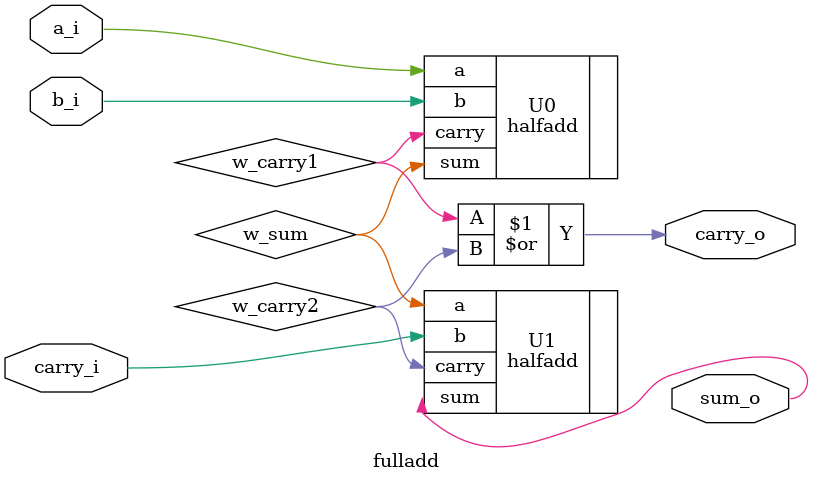
<source format=v>
module fulladd(
	a_i,
	b_i,
	carry_i,
	sum_o,
	carry_o
);

	input a_i, b_i, carry_i;
	output sum_o, carry_o;
	
	wire w_sum, w_carry1, w_carry2;
	
	halfadd U0 (
		.a(a_i),
		.b(b_i),
		.sum(w_sum),
		.carry(w_carry1)
	);
	
	halfadd U1 (
		.a(w_sum),
		.b(carry_i),
		.sum(sum_o),
		.carry(w_carry2)
	);
	
	or(carry_o, w_carry1, w_carry2);
	

endmodule

</source>
